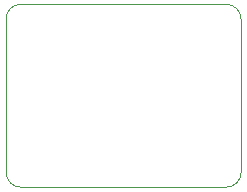
<source format=gko>
%FSLAX44Y44*%
%MOMM*%
G71*
G01*
G75*
G04 Layer_Color=16711935*
%ADD10C,0.2540*%
%ADD11C,1.0000*%
%ADD12R,1.4000X1.1000*%
%ADD13R,1.7000X1.1000*%
%ADD14R,0.5000X0.6000*%
%ADD15R,0.6000X0.5000*%
%ADD16O,1.1500X0.3000*%
%ADD17O,0.3000X1.1500*%
%ADD18R,3.1500X3.1500*%
%ADD19R,0.9000X1.0000*%
%ADD20R,0.9000X1.1000*%
%ADD21C,0.4000*%
%ADD22C,0.3000*%
%ADD23C,1.5000*%
%ADD24C,0.3000*%
%ADD25C,0.4000*%
%ADD26C,0.5000*%
%ADD27C,0.6000*%
%ADD28C,0.6600*%
%ADD29R,6.5500X4.6000*%
%ADD30C,0.2500*%
%ADD31C,0.1000*%
%ADD32C,0.2000*%
%ADD33C,0.1500*%
%ADD34R,1.6032X1.3032*%
%ADD35R,1.9032X1.3032*%
%ADD36R,0.7032X0.8032*%
%ADD37R,0.8032X0.7032*%
%ADD38O,1.3532X0.5032*%
%ADD39O,0.5032X1.3532*%
%ADD40R,3.3532X3.3532*%
%ADD41R,1.1032X1.2032*%
%ADD42R,1.1032X1.3032*%
%ADD43C,1.7032*%
%ADD44C,0.5032*%
%ADD45C,0.6032*%
%ADD46C,0.7032*%
%ADD47C,0.8032*%
%ADD48C,0.8632*%
%ADD49C,0.0250*%
D49*
X12250Y154750D02*
G03*
X-250Y142250I0J-12500D01*
G01*
Y12450D02*
G03*
X12450Y-250I12700J0D01*
G01*
X186050D02*
G03*
X198750Y12450I0J12700D01*
G01*
Y142050D02*
G03*
X186050Y154750I-12700J0D01*
G01*
X-250Y12450D02*
Y142250D01*
X12450Y-250D02*
X186050D01*
X198750Y12450D02*
Y142050D01*
X11750Y154750D02*
X186050D01*
M02*

</source>
